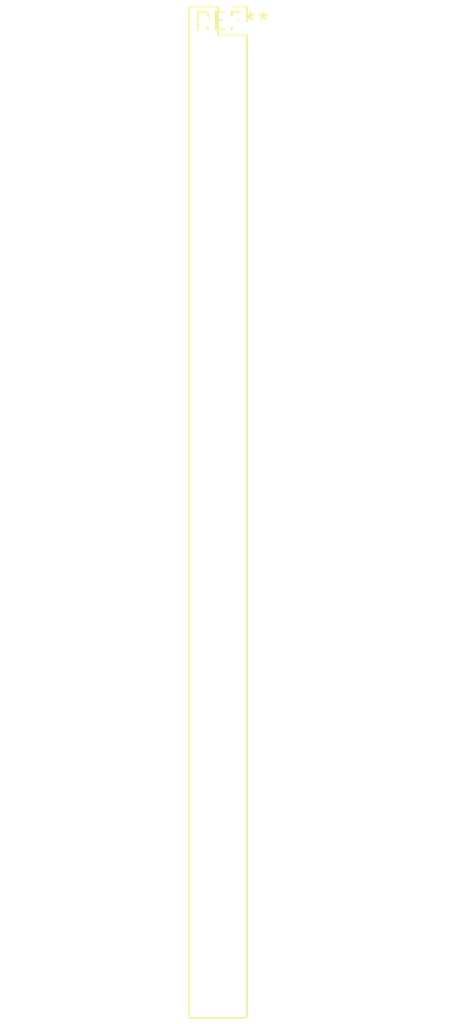
<source format=kicad_pcb>
(kicad_pcb (version 20240108) (generator pcbnew)
  (layers (0 "F.Cu" signal) (31 "B.Cu" signal) (34 "B.Paste" user) (35 "F.Paste" user) (36 "B.SilkS" user "B.Silkscreen") (37 "F.SilkS" user "F.Silkscreen") (38 "B.Mask" user) (39 "F.Mask" user) (44 "Edge.Cuts" user))
  (net 0 "")
  (footprint "PinSocket_2x36_P2.00mm_Vertical" (layer "F.Cu") (at 0 0)
    (property "Reference" "REF**")
    (property "Value" "PinSocket_2x36_P2.00mm_Vertical")
    (fp_line (start -3.06 -1.06) (end -3.06 71.06) (layer "F.SilkS") (stroke (width 0.12)))
    (fp_line (start -3.06 -1.06) (end -1 -1.06) (layer "F.SilkS") (stroke (width 0.12)))
    (fp_line (start -3.06 71.06) (end 1.06 71.06) (layer "F.SilkS") (stroke (width 0.12)))
    (fp_line (start -1 -1.06) (end -1 1) (layer "F.SilkS") (stroke (width 0.12)))
    (fp_line (start -1 1) (end 1.06 1) (layer "F.SilkS") (stroke (width 0.12)))
    (fp_line (start 0 -1.06) (end 1.06 -1.06) (layer "F.SilkS") (stroke (width 0.12)))
    (fp_line (start 1.06 -1.06) (end 1.06 0) (layer "F.SilkS") (stroke (width 0.12)))
    (fp_line (start 1.06 1) (end 1.06 71.06) (layer "F.SilkS") (stroke (width 0.12)))
    (pad "1" thru_hole rect (at 0 0) (size 1.35 1.35) (drill 0.8) (layers *.Cu *.Mask) (remove_unused_layers))
    (pad "2" thru_hole oval (at -2 0) (size 1.35 1.35) (drill 0.8) (layers *.Cu *.Mask) (remove_unused_layers))
    (pad "3" thru_hole oval (at 0 2) (size 1.35 1.35) (drill 0.8) (layers *.Cu *.Mask) (remove_unused_layers))
    (pad "4" thru_hole oval (at -2 2) (size 1.35 1.35) (drill 0.8) (layers *.Cu *.Mask) (remove_unused_layers))
    (pad "5" thru_hole oval (at 0 4) (size 1.35 1.35) (drill 0.8) (layers *.Cu *.Mask) (remove_unused_layers))
    (pad "6" thru_hole oval (at -2 4) (size 1.35 1.35) (drill 0.8) (layers *.Cu *.Mask) (remove_unused_layers))
    (pad "7" thru_hole oval (at 0 6) (size 1.35 1.35) (drill 0.8) (layers *.Cu *.Mask) (remove_unused_layers))
    (pad "8" thru_hole oval (at -2 6) (size 1.35 1.35) (drill 0.8) (layers *.Cu *.Mask) (remove_unused_layers))
    (pad "9" thru_hole oval (at 0 8) (size 1.35 1.35) (drill 0.8) (layers *.Cu *.Mask) (remove_unused_layers))
    (pad "10" thru_hole oval (at -2 8) (size 1.35 1.35) (drill 0.8) (layers *.Cu *.Mask) (remove_unused_layers))
    (pad "11" thru_hole oval (at 0 10) (size 1.35 1.35) (drill 0.8) (layers *.Cu *.Mask) (remove_unused_layers))
    (pad "12" thru_hole oval (at -2 10) (size 1.35 1.35) (drill 0.8) (layers *.Cu *.Mask) (remove_unused_layers))
    (pad "13" thru_hole oval (at 0 12) (size 1.35 1.35) (drill 0.8) (layers *.Cu *.Mask) (remove_unused_layers))
    (pad "14" thru_hole oval (at -2 12) (size 1.35 1.35) (drill 0.8) (layers *.Cu *.Mask) (remove_unused_layers))
    (pad "15" thru_hole oval (at 0 14) (size 1.35 1.35) (drill 0.8) (layers *.Cu *.Mask) (remove_unused_layers))
    (pad "16" thru_hole oval (at -2 14) (size 1.35 1.35) (drill 0.8) (layers *.Cu *.Mask) (remove_unused_layers))
    (pad "17" thru_hole oval (at 0 16) (size 1.35 1.35) (drill 0.8) (layers *.Cu *.Mask) (remove_unused_layers))
    (pad "18" thru_hole oval (at -2 16) (size 1.35 1.35) (drill 0.8) (layers *.Cu *.Mask) (remove_unused_layers))
    (pad "19" thru_hole oval (at 0 18) (size 1.35 1.35) (drill 0.8) (layers *.Cu *.Mask) (remove_unused_layers))
    (pad "20" thru_hole oval (at -2 18) (size 1.35 1.35) (drill 0.8) (layers *.Cu *.Mask) (remove_unused_layers))
    (pad "21" thru_hole oval (at 0 20) (size 1.35 1.35) (drill 0.8) (layers *.Cu *.Mask) (remove_unused_layers))
    (pad "22" thru_hole oval (at -2 20) (size 1.35 1.35) (drill 0.8) (layers *.Cu *.Mask) (remove_unused_layers))
    (pad "23" thru_hole oval (at 0 22) (size 1.35 1.35) (drill 0.8) (layers *.Cu *.Mask) (remove_unused_layers))
    (pad "24" thru_hole oval (at -2 22) (size 1.35 1.35) (drill 0.8) (layers *.Cu *.Mask) (remove_unused_layers))
    (pad "25" thru_hole oval (at 0 24) (size 1.35 1.35) (drill 0.8) (layers *.Cu *.Mask) (remove_unused_layers))
    (pad "26" thru_hole oval (at -2 24) (size 1.35 1.35) (drill 0.8) (layers *.Cu *.Mask) (remove_unused_layers))
    (pad "27" thru_hole oval (at 0 26) (size 1.35 1.35) (drill 0.8) (layers *.Cu *.Mask) (remove_unused_layers))
    (pad "28" thru_hole oval (at -2 26) (size 1.35 1.35) (drill 0.8) (layers *.Cu *.Mask) (remove_unused_layers))
    (pad "29" thru_hole oval (at 0 28) (size 1.35 1.35) (drill 0.8) (layers *.Cu *.Mask) (remove_unused_layers))
    (pad "30" thru_hole oval (at -2 28) (size 1.35 1.35) (drill 0.8) (layers *.Cu *.Mask) (remove_unused_layers))
    (pad "31" thru_hole oval (at 0 30) (size 1.35 1.35) (drill 0.8) (layers *.Cu *.Mask) (remove_unused_layers))
    (pad "32" thru_hole oval (at -2 30) (size 1.35 1.35) (drill 0.8) (layers *.Cu *.Mask) (remove_unused_layers))
    (pad "33" thru_hole oval (at 0 32) (size 1.35 1.35) (drill 0.8) (layers *.Cu *.Mask) (remove_unused_layers))
    (pad "34" thru_hole oval (at -2 32) (size 1.35 1.35) (drill 0.8) (layers *.Cu *.Mask) (remove_unused_layers))
    (pad "35" thru_hole oval (at 0 34) (size 1.35 1.35) (drill 0.8) (layers *.Cu *.Mask) (remove_unused_layers))
    (pad "36" thru_hole oval (at -2 34) (size 1.35 1.35) (drill 0.8) (layers *.Cu *.Mask) (remove_unused_layers))
    (pad "37" thru_hole oval (at 0 36) (size 1.35 1.35) (drill 0.8) (layers *.Cu *.Mask) (remove_unused_layers))
    (pad "38" thru_hole oval (at -2 36) (size 1.35 1.35) (drill 0.8) (layers *.Cu *.Mask) (remove_unused_layers))
    (pad "39" thru_hole oval (at 0 38) (size 1.35 1.35) (drill 0.8) (layers *.Cu *.Mask) (remove_unused_layers))
    (pad "40" thru_hole oval (at -2 38) (size 1.35 1.35) (drill 0.8) (layers *.Cu *.Mask) (remove_unused_layers))
    (pad "41" thru_hole oval (at 0 40) (size 1.35 1.35) (drill 0.8) (layers *.Cu *.Mask) (remove_unused_layers))
    (pad "42" thru_hole oval (at -2 40) (size 1.35 1.35) (drill 0.8) (layers *.Cu *.Mask) (remove_unused_layers))
    (pad "43" thru_hole oval (at 0 42) (size 1.35 1.35) (drill 0.8) (layers *.Cu *.Mask) (remove_unused_layers))
    (pad "44" thru_hole oval (at -2 42) (size 1.35 1.35) (drill 0.8) (layers *.Cu *.Mask) (remove_unused_layers))
    (pad "45" thru_hole oval (at 0 44) (size 1.35 1.35) (drill 0.8) (layers *.Cu *.Mask) (remove_unused_layers))
    (pad "46" thru_hole oval (at -2 44) (size 1.35 1.35) (drill 0.8) (layers *.Cu *.Mask) (remove_unused_layers))
    (pad "47" thru_hole oval (at 0 46) (size 1.35 1.35) (drill 0.8) (layers *.Cu *.Mask) (remove_unused_layers))
    (pad "48" thru_hole oval (at -2 46) (size 1.35 1.35) (drill 0.8) (layers *.Cu *.Mask) (remove_unused_layers))
    (pad "49" thru_hole oval (at 0 48) (size 1.35 1.35) (drill 0.8) (layers *.Cu *.Mask) (remove_unused_layers))
    (pad "50" thru_hole oval (at -2 48) (size 1.35 1.35) (drill 0.8) (layers *.Cu *.Mask) (remove_unused_layers))
    (pad "51" thru_hole oval (at 0 50) (size 1.35 1.35) (drill 0.8) (layers *.Cu *.Mask) (remove_unused_layers))
    (pad "52" thru_hole oval (at -2 50) (size 1.35 1.35) (drill 0.8) (layers *.Cu *.Mask) (remove_unused_layers))
    (pad "53" thru_hole oval (at 0 52) (size 1.35 1.35) (drill 0.8) (layers *.Cu *.Mask) (remove_unused_layers))
    (pad "54" thru_hole oval (at -2 52) (size 1.35 1.35) (drill 0.8) (layers *.Cu *.Mask) (remove_unused_layers))
    (pad "55" thru_hole oval (at 0 54) (size 1.35 1.35) (drill 0.8) (layers *.Cu *.Mask) (remove_unused_layers))
    (pad "56" thru_hole oval (at -2 54) (size 1.35 1.35) (drill 0.8) (layers *.Cu *.Mask) (remove_unused_layers))
    (pad "57" thru_hole oval (at 0 56) (size 1.35 1.35) (drill 0.8) (layers *.Cu *.Mask) (remove_unused_layers))
    (pad "58" thru_hole oval (at -2 56) (size 1.35 1.35) (drill 0.8) (layers *.Cu *.Mask) (remove_unused_layers))
    (pad "59" thru_hole oval (at 0 58) (size 1.35 1.35) (drill 0.8) (layers *.Cu *.Mask) (remove_unused_layers))
    (pad "60" thru_hole oval (at -2 58) (size 1.35 1.35) (drill 0.8) (layers *.Cu *.Mask) (remove_unused_layers))
    (pad "61" thru_hole oval (at 0 60) (size 1.35 1.35) (drill 0.8) (layers *.Cu *.Mask) (remove_unused_layers))
    (pad "62" thru_hole oval (at -2 60) (size 1.35 1.35) (drill 0.8) (layers *.Cu *.Mask) (remove_unused_layers))
    (pad "63" thru_hole oval (at 0 62) (size 1.35 1.35) (drill 0.8) (layers *.Cu *.Mask) (remove_unused_layers))
    (pad "64" thru_hole oval (at -2 62) (size 1.35 1.35) (drill 0.8) (layers *.Cu *.Mask) (remove_unused_layers))
    (pad "65" thru_hole oval (at 0 64) (size 1.35 1.35) (drill 0.8) (layers *.Cu *.Mask) (remove_unused_layers))
    (pad "66" thru_hole oval (at -2 64) (size 1.35 1.35) (drill 0.8) (layers *.Cu *.Mask) (remove_unused_layers))
    (pad "67" thru_hole oval (at 0 66) (size 1.35 1.35) (drill 0.8) (layers *.Cu *.Mask) (remove_unused_layers))
    (pad "68" thru_hole oval (at -2 66) (size 1.35 1.35) (drill 0.8) (layers *.Cu *.Mask) (remove_unused_layers))
    (pad "69" thru_hole oval (at 0 68) (size 1.35 1.35) (drill 0.8) (layers *.Cu *.Mask) (remove_unused_layers))
    (pad "70" thru_hole oval (at -2 68) (size 1.35 1.35) (drill 0.8) (layers *.Cu *.Mask) (remove_unused_layers))
    (pad "71" thru_hole oval (at 0 70) (size 1.35 1.35) (drill 0.8) (layers *.Cu *.Mask) (remove_unused_layers))
    (pad "72" thru_hole oval (at -2 70) (size 1.35 1.35) (drill 0.8) (layers *.Cu *.Mask) (remove_unused_layers))
  )
)
</source>
